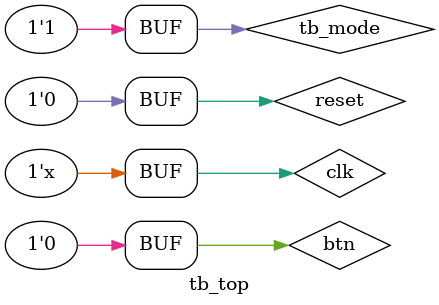
<source format=v>
`timescale 1ns / 1ps

module tb_top();
    reg clk;
    reg reset;
    reg btn;
    reg tb_mode;

    wire [15:0] led;

    // T = 10ns / F = 100MHz clock gen
    always #5 clk = ~clk;

    top u_top(
        .clk(clk),
        .reset(reset),
        .btn(btn),
        .tb_mode(tb_mode),
        .led(led)
    );

    initial begin
        // 1. initial 설정
        clk = 0;
        reset = 1;
        btn = 0;
        tb_mode = 0;

        // 2. reset 해제 // tb_mode = 1
        #100;
        reset = 0;
        #100;
        tb_mode = 1;
        #100;

        // 3. 문제1
        btn = 1;
        #100;
        btn = 0;
        #1000;

        // 3. 문제2
        btn = 1;
        #100;
        btn = 0;
        #1000;

        // 3. 문제3
        btn = 1;
        #100;
        btn = 0;
        #1000;

        // 3. 문제4
        btn = 1;
        #100;
        btn = 0;
        #1000;

        // 3. 문제1로 복귀
        btn = 1;
        #100;
        btn = 0;
        #1000;
    end
endmodule

</source>
